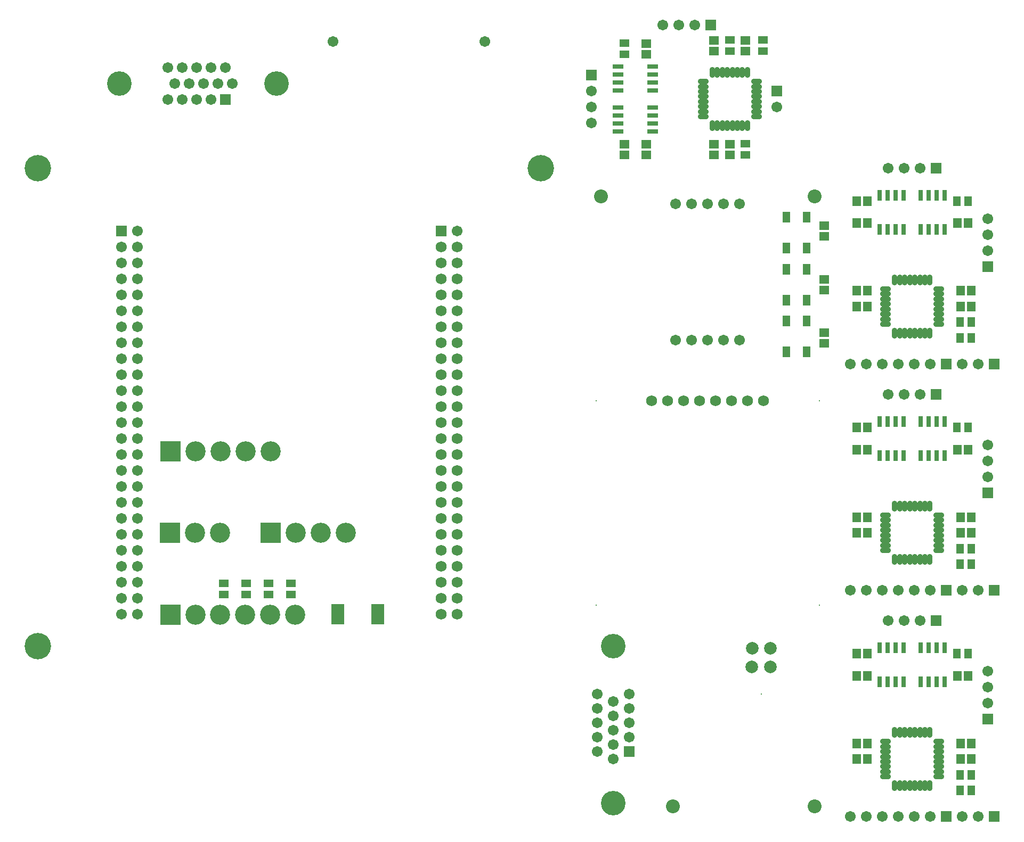
<source format=gts>
G04 Layer_Color=8388736*
%FSAX24Y24*%
%MOIN*%
G70*
G01*
G75*
%ADD45R,0.0552X0.0631*%
%ADD46R,0.0513X0.0631*%
%ADD47O,0.0689X0.0335*%
%ADD48O,0.0335X0.0689*%
%ADD49R,0.0316X0.0651*%
%ADD50R,0.0474X0.0671*%
%ADD51R,0.0631X0.0552*%
%ADD52R,0.0631X0.0513*%
%ADD53R,0.0651X0.0316*%
%ADD54R,0.0848X0.1281*%
%ADD55C,0.0671*%
%ADD56R,0.0671X0.0671*%
%ADD57R,0.0671X0.0671*%
%ADD58C,0.0680*%
%ADD59C,0.0080*%
%ADD60C,0.0789*%
%ADD61C,0.1537*%
%ADD62C,0.0867*%
%ADD63C,0.1261*%
%ADD64R,0.1261X0.1261*%
%ADD65C,0.1655*%
D45*
X064114Y049508D02*
D03*
X063445D02*
D03*
X064114Y048130D02*
D03*
X063445D02*
D03*
X070610Y043898D02*
D03*
X069941D02*
D03*
X064114Y042913D02*
D03*
X063445D02*
D03*
X070610D02*
D03*
X069941D02*
D03*
X064114Y043898D02*
D03*
X063445D02*
D03*
X070413Y048130D02*
D03*
X069744D02*
D03*
X064114Y035335D02*
D03*
X063445D02*
D03*
X064114Y033957D02*
D03*
X063445D02*
D03*
X070610Y029724D02*
D03*
X069941D02*
D03*
X064114Y028740D02*
D03*
X063445D02*
D03*
X070610D02*
D03*
X069941D02*
D03*
X064114Y029724D02*
D03*
X063445D02*
D03*
X070413Y033957D02*
D03*
X069744D02*
D03*
X064114Y021161D02*
D03*
X063445D02*
D03*
X064114Y019783D02*
D03*
X063445D02*
D03*
X070610Y015551D02*
D03*
X069941D02*
D03*
X064114Y014567D02*
D03*
X063445D02*
D03*
X070610D02*
D03*
X069941D02*
D03*
X064114Y015551D02*
D03*
X063445D02*
D03*
X070413Y019783D02*
D03*
X069744D02*
D03*
D46*
X070620Y040945D02*
D03*
X069931D02*
D03*
X070423Y049508D02*
D03*
X069734D02*
D03*
X070620Y041929D02*
D03*
X069931D02*
D03*
X070620Y026772D02*
D03*
X069931D02*
D03*
X070423Y035335D02*
D03*
X069734D02*
D03*
X070620Y027756D02*
D03*
X069931D02*
D03*
X070620Y012598D02*
D03*
X069931D02*
D03*
X070423Y021161D02*
D03*
X069734D02*
D03*
X070620Y013583D02*
D03*
X069931D02*
D03*
D47*
X068593Y041811D02*
D03*
Y042126D02*
D03*
Y042441D02*
D03*
Y042756D02*
D03*
Y043071D02*
D03*
Y043386D02*
D03*
Y043701D02*
D03*
Y044016D02*
D03*
X065266D02*
D03*
Y043701D02*
D03*
Y043386D02*
D03*
Y043071D02*
D03*
Y042756D02*
D03*
Y042441D02*
D03*
Y042126D02*
D03*
Y041811D02*
D03*
X068593Y027638D02*
D03*
Y027953D02*
D03*
Y028268D02*
D03*
Y028583D02*
D03*
Y028898D02*
D03*
Y029213D02*
D03*
Y029528D02*
D03*
Y029843D02*
D03*
X065266D02*
D03*
Y029528D02*
D03*
Y029213D02*
D03*
Y028898D02*
D03*
Y028583D02*
D03*
Y028268D02*
D03*
Y027953D02*
D03*
Y027638D02*
D03*
X068593Y013465D02*
D03*
Y013780D02*
D03*
Y014094D02*
D03*
Y014409D02*
D03*
Y014724D02*
D03*
Y015039D02*
D03*
Y015354D02*
D03*
Y015669D02*
D03*
X065266D02*
D03*
Y015354D02*
D03*
Y015039D02*
D03*
Y014724D02*
D03*
Y014409D02*
D03*
Y014094D02*
D03*
Y013780D02*
D03*
Y013465D02*
D03*
X053848Y057008D02*
D03*
Y056693D02*
D03*
Y056378D02*
D03*
Y056063D02*
D03*
Y055748D02*
D03*
Y055433D02*
D03*
Y055118D02*
D03*
Y054803D02*
D03*
X057175D02*
D03*
Y055118D02*
D03*
Y055433D02*
D03*
Y055748D02*
D03*
Y056063D02*
D03*
Y056378D02*
D03*
Y056693D02*
D03*
Y057008D02*
D03*
D48*
X068032Y044577D02*
D03*
X067717D02*
D03*
X067402D02*
D03*
X067087D02*
D03*
X066772D02*
D03*
X066457D02*
D03*
X066142D02*
D03*
X065827D02*
D03*
Y041250D02*
D03*
X066142D02*
D03*
X066457D02*
D03*
X066772D02*
D03*
X067087D02*
D03*
X067402D02*
D03*
X067717D02*
D03*
X068032D02*
D03*
Y030404D02*
D03*
X067717D02*
D03*
X067402D02*
D03*
X067087D02*
D03*
X066772D02*
D03*
X066457D02*
D03*
X066142D02*
D03*
X065827D02*
D03*
Y027077D02*
D03*
X066142D02*
D03*
X066457D02*
D03*
X066772D02*
D03*
X067087D02*
D03*
X067402D02*
D03*
X067717D02*
D03*
X068032D02*
D03*
Y016230D02*
D03*
X067717D02*
D03*
X067402D02*
D03*
X067087D02*
D03*
X066772D02*
D03*
X066457D02*
D03*
X066142D02*
D03*
X065827D02*
D03*
Y012904D02*
D03*
X066142D02*
D03*
X066457D02*
D03*
X066772D02*
D03*
X067087D02*
D03*
X067402D02*
D03*
X067717D02*
D03*
X068032D02*
D03*
X056614Y057569D02*
D03*
X056299D02*
D03*
X055984D02*
D03*
X055669D02*
D03*
X055354D02*
D03*
X055039D02*
D03*
X054724D02*
D03*
X054409D02*
D03*
Y054242D02*
D03*
X054724D02*
D03*
X055039D02*
D03*
X055354D02*
D03*
X055669D02*
D03*
X055984D02*
D03*
X056299D02*
D03*
X056614D02*
D03*
D49*
X066400Y049892D02*
D03*
X065900D02*
D03*
Y047746D02*
D03*
X065400D02*
D03*
X066400D02*
D03*
X065400Y049892D02*
D03*
X064900D02*
D03*
Y047746D02*
D03*
X068959Y049892D02*
D03*
X068459D02*
D03*
X067959D02*
D03*
X068459Y047746D02*
D03*
X067959D02*
D03*
X068959D02*
D03*
X067459Y049892D02*
D03*
Y047746D02*
D03*
X066400Y035719D02*
D03*
X065900D02*
D03*
Y033573D02*
D03*
X065400D02*
D03*
X066400D02*
D03*
X065400Y035719D02*
D03*
X064900D02*
D03*
Y033573D02*
D03*
X068959Y035719D02*
D03*
X068459D02*
D03*
X067959D02*
D03*
X068459Y033573D02*
D03*
X067959D02*
D03*
X068959D02*
D03*
X067459Y035719D02*
D03*
Y033573D02*
D03*
X066400Y021545D02*
D03*
X065900D02*
D03*
Y019400D02*
D03*
X065400D02*
D03*
X066400D02*
D03*
X065400Y021545D02*
D03*
X064900D02*
D03*
Y019400D02*
D03*
X068959Y021545D02*
D03*
X068459D02*
D03*
X067959D02*
D03*
X068459Y019400D02*
D03*
X067959D02*
D03*
X068959D02*
D03*
X067459Y021545D02*
D03*
Y019400D02*
D03*
D50*
X059067Y048502D02*
D03*
X059067Y046573D02*
D03*
X060326D02*
D03*
Y048502D02*
D03*
X059067Y045252D02*
D03*
X059067Y043323D02*
D03*
X060326D02*
D03*
Y045252D02*
D03*
X059067Y042002D02*
D03*
X059067Y040073D02*
D03*
X060326D02*
D03*
Y042002D02*
D03*
D51*
X061417Y047972D02*
D03*
Y047303D02*
D03*
Y044626D02*
D03*
Y043957D02*
D03*
Y041280D02*
D03*
Y040610D02*
D03*
X050295Y059390D02*
D03*
Y058720D02*
D03*
X054528Y053091D02*
D03*
Y052421D02*
D03*
X056496Y059587D02*
D03*
Y058917D02*
D03*
X055512Y053091D02*
D03*
Y052421D02*
D03*
X054528Y059587D02*
D03*
Y058917D02*
D03*
X050295Y053091D02*
D03*
Y052421D02*
D03*
X048917Y053091D02*
D03*
Y052421D02*
D03*
D52*
X057579Y059596D02*
D03*
Y058907D02*
D03*
X048917Y059400D02*
D03*
Y058711D02*
D03*
X056496Y053100D02*
D03*
Y052411D02*
D03*
X055512Y059596D02*
D03*
Y058907D02*
D03*
X028036Y025581D02*
D03*
Y024892D02*
D03*
X026636Y025581D02*
D03*
Y024892D02*
D03*
X025236Y025581D02*
D03*
Y024892D02*
D03*
X023836Y025581D02*
D03*
Y024892D02*
D03*
D53*
X048533Y057935D02*
D03*
Y057435D02*
D03*
Y056935D02*
D03*
X050679Y057435D02*
D03*
Y056935D02*
D03*
Y057935D02*
D03*
X048533Y056435D02*
D03*
X050679D02*
D03*
X048533Y055376D02*
D03*
Y054876D02*
D03*
X050679D02*
D03*
Y054376D02*
D03*
Y055376D02*
D03*
X048533Y054376D02*
D03*
Y053876D02*
D03*
X050679D02*
D03*
D54*
X030986Y023636D02*
D03*
X033486D02*
D03*
D55*
X066429Y051575D02*
D03*
X067429D02*
D03*
X065429D02*
D03*
X071659Y047416D02*
D03*
Y046416D02*
D03*
Y048416D02*
D03*
X071059Y039316D02*
D03*
X070059D02*
D03*
X067059D02*
D03*
X068059D02*
D03*
X066059D02*
D03*
X065059D02*
D03*
X063059D02*
D03*
X064059D02*
D03*
X066429Y037402D02*
D03*
X067429D02*
D03*
X065429D02*
D03*
X071659Y033243D02*
D03*
Y032243D02*
D03*
Y034243D02*
D03*
X071059Y025143D02*
D03*
X070059D02*
D03*
X067059D02*
D03*
X068059D02*
D03*
X066059D02*
D03*
X065059D02*
D03*
X063059D02*
D03*
X064059D02*
D03*
X066429Y023228D02*
D03*
X067429D02*
D03*
X065429D02*
D03*
X071659Y019069D02*
D03*
Y018069D02*
D03*
Y020069D02*
D03*
X071059Y010969D02*
D03*
X070059D02*
D03*
X067059D02*
D03*
X068059D02*
D03*
X066059D02*
D03*
X065059D02*
D03*
X063059D02*
D03*
X064059D02*
D03*
X052134Y049331D02*
D03*
X053134D02*
D03*
X054134D02*
D03*
X055134D02*
D03*
X056134D02*
D03*
Y040827D02*
D03*
X055134D02*
D03*
X054134D02*
D03*
X053134D02*
D03*
X052134D02*
D03*
X047228Y015028D02*
D03*
Y015929D02*
D03*
Y016831D02*
D03*
Y017732D02*
D03*
Y018634D02*
D03*
X048228Y015478D02*
D03*
Y016380D02*
D03*
Y017281D02*
D03*
Y018183D02*
D03*
Y014577D02*
D03*
X049228Y018634D02*
D03*
Y015929D02*
D03*
Y016831D02*
D03*
Y017732D02*
D03*
X051309Y060535D02*
D03*
X052309D02*
D03*
X053309D02*
D03*
X046850Y054406D02*
D03*
Y055406D02*
D03*
Y056406D02*
D03*
X058465Y055406D02*
D03*
X018453Y047630D02*
D03*
X017453Y046630D02*
D03*
X018453D02*
D03*
X017453Y045630D02*
D03*
X018453D02*
D03*
X017453Y044630D02*
D03*
X018453D02*
D03*
X017453Y043630D02*
D03*
X018453D02*
D03*
X017453Y042630D02*
D03*
X018453D02*
D03*
X017453Y041630D02*
D03*
X018453D02*
D03*
X017453Y040630D02*
D03*
X018453D02*
D03*
X017453Y039630D02*
D03*
X018453D02*
D03*
X017453Y038630D02*
D03*
X018453D02*
D03*
X017453Y037630D02*
D03*
X018453D02*
D03*
X017453Y036630D02*
D03*
X018453D02*
D03*
X017453Y035630D02*
D03*
X018453D02*
D03*
X017453Y034630D02*
D03*
X018453D02*
D03*
X017453Y033630D02*
D03*
X018453D02*
D03*
X017453Y032630D02*
D03*
X018453D02*
D03*
X017453Y031630D02*
D03*
X018453D02*
D03*
X017453Y030630D02*
D03*
X018453D02*
D03*
X017453Y029630D02*
D03*
X018453D02*
D03*
X017453Y028630D02*
D03*
X018453D02*
D03*
X017453Y027630D02*
D03*
X018453D02*
D03*
X017453Y026630D02*
D03*
X018453D02*
D03*
X017453Y025630D02*
D03*
X018453D02*
D03*
X017453Y024630D02*
D03*
X018453D02*
D03*
X017453Y023630D02*
D03*
X018453D02*
D03*
X038453Y047630D02*
D03*
X023949Y057890D02*
D03*
X023047D02*
D03*
X022146D02*
D03*
X021244D02*
D03*
X020343D02*
D03*
X023498Y056890D02*
D03*
X022596D02*
D03*
X021695D02*
D03*
X020793D02*
D03*
X024400D02*
D03*
X020342Y055890D02*
D03*
X023047D02*
D03*
X022146D02*
D03*
X021244D02*
D03*
X040197Y059496D02*
D03*
X030669D02*
D03*
D56*
X068429Y051575D02*
D03*
X072059Y039316D02*
D03*
X069059D02*
D03*
X068429Y037402D02*
D03*
X072059Y025143D02*
D03*
X069059D02*
D03*
X068429Y023228D02*
D03*
X072059Y010969D02*
D03*
X069059D02*
D03*
X054309Y060535D02*
D03*
X023949Y055890D02*
D03*
D57*
X071659Y045416D02*
D03*
Y031243D02*
D03*
Y017069D02*
D03*
X049228Y015028D02*
D03*
X046850Y057406D02*
D03*
X058465Y056406D02*
D03*
X017453Y047630D02*
D03*
X037453D02*
D03*
D58*
X050634Y037008D02*
D03*
X051634D02*
D03*
X052634D02*
D03*
X053634D02*
D03*
X054634D02*
D03*
X055634D02*
D03*
X056634D02*
D03*
X057634D02*
D03*
X038453Y023630D02*
D03*
X037453D02*
D03*
X038453Y024630D02*
D03*
X037453D02*
D03*
X038453Y025630D02*
D03*
X037453D02*
D03*
X038453Y026630D02*
D03*
X037453D02*
D03*
X038453Y027630D02*
D03*
X037453D02*
D03*
X038453Y028630D02*
D03*
X037453D02*
D03*
X038453Y029630D02*
D03*
X037453D02*
D03*
X038453Y030630D02*
D03*
X037453D02*
D03*
X038453Y031630D02*
D03*
X037453D02*
D03*
X038453Y032630D02*
D03*
X037453D02*
D03*
X038453Y033630D02*
D03*
X037453D02*
D03*
X038453Y034630D02*
D03*
X037453D02*
D03*
X038453Y035630D02*
D03*
X037453D02*
D03*
X038453Y036630D02*
D03*
X037453D02*
D03*
X038453Y037630D02*
D03*
X037453D02*
D03*
X038453Y038630D02*
D03*
X037453D02*
D03*
X038453Y039630D02*
D03*
X037453D02*
D03*
X038453Y040630D02*
D03*
X037453D02*
D03*
X038453Y041630D02*
D03*
X037453D02*
D03*
X038453Y042630D02*
D03*
X037453D02*
D03*
X038453Y043630D02*
D03*
X037453D02*
D03*
X038453Y044630D02*
D03*
X037453D02*
D03*
X038453Y045630D02*
D03*
X037453D02*
D03*
X038453Y046630D02*
D03*
X037453D02*
D03*
D59*
X047146Y037008D02*
D03*
Y024213D02*
D03*
X061122Y037008D02*
D03*
Y024213D02*
D03*
X057490Y018638D02*
D03*
D60*
X056909Y021520D02*
D03*
X058061D02*
D03*
X058051Y020339D02*
D03*
X056900D02*
D03*
D61*
X048228Y011811D02*
D03*
Y021654D02*
D03*
X027165Y056890D02*
D03*
X017323D02*
D03*
D62*
X051968Y011614D02*
D03*
X047441Y049803D02*
D03*
X060827D02*
D03*
X060827Y011614D02*
D03*
D63*
X031472Y028740D02*
D03*
X029913D02*
D03*
X028354D02*
D03*
X028307Y023622D02*
D03*
X025189D02*
D03*
X023630D02*
D03*
X022071D02*
D03*
X026748D02*
D03*
X025213Y033858D02*
D03*
X023654D02*
D03*
X022094D02*
D03*
X026772D02*
D03*
X022047Y028740D02*
D03*
X023606D02*
D03*
D64*
X026795D02*
D03*
X020512Y023622D02*
D03*
X020535Y033858D02*
D03*
X020488Y028740D02*
D03*
D65*
X012205Y021654D02*
D03*
Y051575D02*
D03*
X043701D02*
D03*
M02*

</source>
